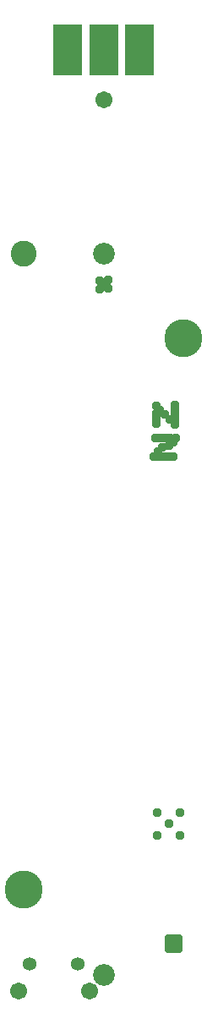
<source format=gbr>
G04 EAGLE Gerber RS-274X export*
G75*
%MOMM*%
%FSLAX34Y34*%
%LPD*%
%INSoldermask Bottom*%
%IPPOS*%
%AMOC8*
5,1,8,0,0,1.08239X$1,22.5*%
G01*
%ADD10R,2.903200X5.203200*%
%ADD11C,1.711200*%
%ADD12C,1.361200*%
%ADD13C,2.183200*%
%ADD14C,3.803200*%
%ADD15C,2.593200*%
%ADD16C,0.959600*%


D10*
X146100Y955000D03*
X110000Y955000D03*
X73900Y955000D03*
D11*
X110000Y905000D03*
X24250Y12700D03*
X95750Y12700D03*
D12*
X84250Y40000D03*
X35750Y40000D03*
D13*
X110000Y28900D03*
X110000Y751100D03*
D14*
X30000Y114000D03*
X190000Y666000D03*
D15*
X30000Y751100D03*
D16*
X186500Y191500D03*
X163500Y191500D03*
X163500Y168500D03*
X186500Y168500D03*
X175000Y180000D03*
X105700Y724300D03*
X105850Y715750D03*
X169000Y556929D03*
X176464Y566464D03*
X171464Y566464D03*
X180000Y547929D03*
X161464Y566464D03*
X166464Y566464D03*
X175000Y547929D03*
X170000Y547929D03*
X165000Y547929D03*
X164000Y552929D03*
X114000Y715900D03*
X114400Y724400D03*
X175000Y558929D03*
X182536Y566464D03*
X160000Y547929D03*
X180000Y561929D03*
X171464Y589749D03*
X162929Y591213D03*
X162929Y586213D03*
X181464Y599749D03*
X181464Y594749D03*
X162929Y581213D03*
X181464Y589749D03*
X181464Y584749D03*
X181464Y579749D03*
X176464Y584749D03*
X166464Y594749D03*
X162929Y598284D03*
X110000Y720000D03*
X175000Y55000D03*
X180000Y60000D03*
X175000Y65000D03*
X185000Y65000D03*
X185000Y55000D03*
X175000Y60000D03*
X185000Y60000D03*
X180000Y65000D03*
X180000Y55000D03*
M02*

</source>
